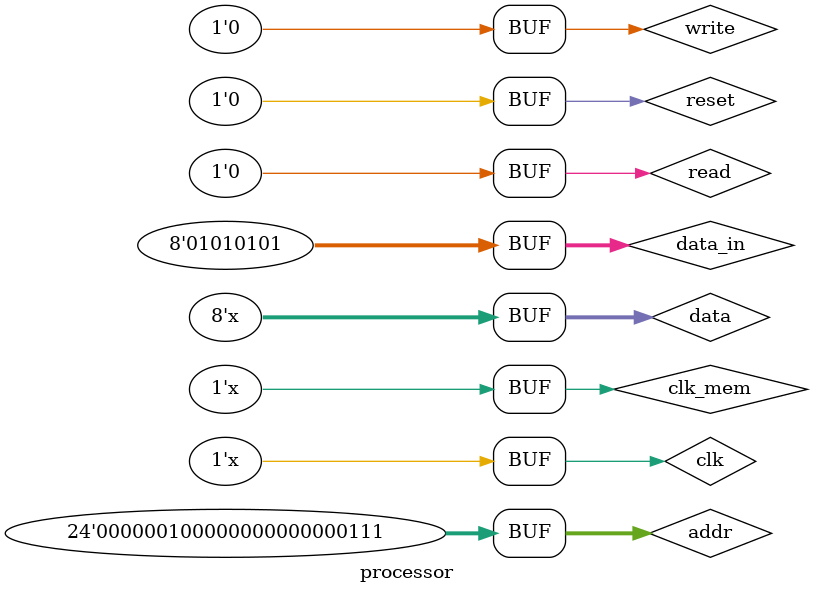
<source format=v>
module processor;
  reg clk, reset;   //clock and reset signal
  reg clk_mem;      // slower clock for memory
  reg [23:0]addr;   // address line
  wire [23:0] addr_bufout;  // address line out of address buffer
  reg [7:0]data_in;   // input data
  wire [31:0] data_ram;   //data line between cache and ram
  wire [23:0] addr_ram;   // address line between cache and ram
  reg read, write;  // read write signal
  wire cmplt;     // complete signal, indicating ram read or write complete
  wire [7:0]data; // data line
  wire rd_ram, wrt_ram, wrt_bck, fetch; //control signal output by cache, 
          //indicating read ram, write ram, write back or fetch a block into cache
  wire [7:0]buf_out;  // data line out of data buffer
  
  assign data=write?data_in:8'hzz;
  
  cache C1 (clk, reset, data, addr, data_ram, addr_ram, read, write, cmplt, wrt_bck, fetch, rd_ram, wrt_ram);
  memory M1 (clk_mem, buf_out, addr_bufout, rd_ram, wrt_ram, data_ram, addr_ram, wrt_bck, fetch, cmplt);
  databuf D1 (data, buf_out, rd_ram, write);
  addrbuf A1 (addr, addr_bufout, read, write);
  
  initial begin
    reset = 0; 
    clk = 0;
    clk_mem =0;
    addr = 24'h000003;
    data_in = 0;
    read = 0;
    write = 0;
    #10 read = 1;     //read addr h003
    #10 read = 0;
    #10 write = 1; data_in=8'h56; // write h56 to addr h003
    #10 write = 0; data_in=0;
    #10 read = 1;    //read addr h003    
    #10 read = 1;  addr = 24'h010000;  //read addr h10000, which will lead to a write back
    #10 read = 0;     //takes 80ns to complete
    #75 addr = 24'h000006;
    #5 write = 1; data_in = 8'h33; //write data h33 to addr h06, this will change the update bit
    #10 write =0; data_in = 8'h55; addr = 24'h020007;
    #10 write = 1; //write data 8'h55 to addr h020007, this will cause a write back
    #10 write = 0;
    
  end
  
  always
    #5 clk=~clk;  //clock for cache
  
  always
    #10 clk_mem=~clk_mem;
    

endmodule
 
</source>
